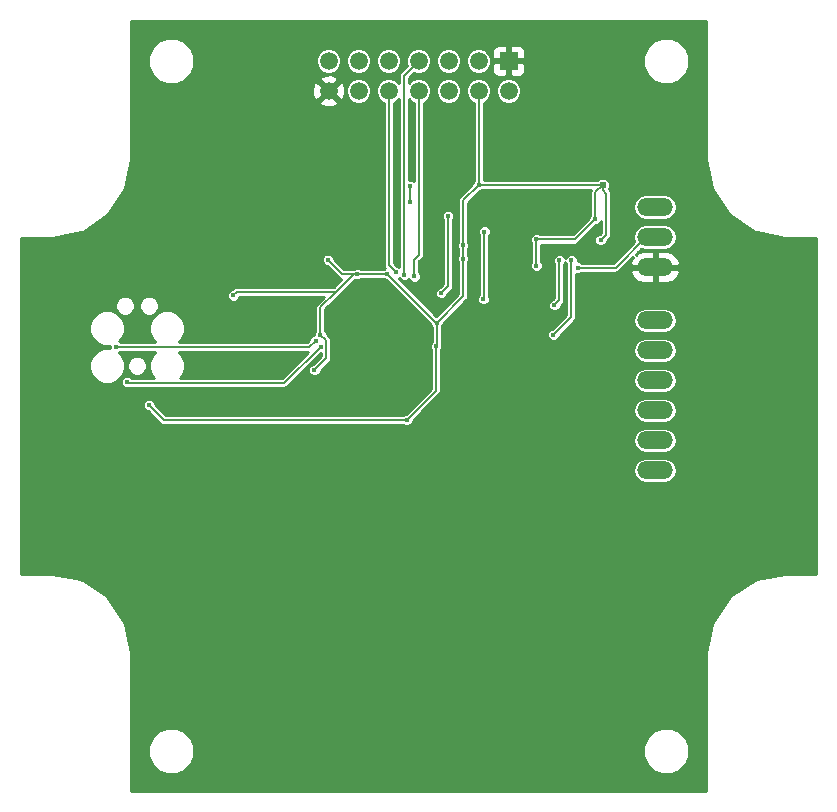
<source format=gbr>
G04 #@! TF.FileFunction,Copper,L2,Bot,Signal*
%FSLAX46Y46*%
G04 Gerber Fmt 4.6, Leading zero omitted, Abs format (unit mm)*
G04 Created by KiCad (PCBNEW 4.0.4-stable) date 10/06/16 01:12:16*
%MOMM*%
%LPD*%
G01*
G04 APERTURE LIST*
%ADD10C,0.100000*%
%ADD11O,3.014980X1.506220*%
%ADD12R,1.498600X1.498600*%
%ADD13C,1.498600*%
%ADD14C,0.406400*%
%ADD15C,0.609600*%
%ADD16C,0.203200*%
%ADD17C,0.254000*%
G04 APERTURE END LIST*
D10*
D11*
X147015200Y-84759800D03*
X147015200Y-87299800D03*
X147015200Y-89839800D03*
X147015200Y-94361000D03*
X147015200Y-96901000D03*
X147015200Y-99441000D03*
X147015200Y-101981000D03*
X147015200Y-104521000D03*
X147015200Y-107061000D03*
D12*
X134620000Y-72390000D03*
D13*
X134620000Y-74930000D03*
X132080000Y-72390000D03*
X132080000Y-74930000D03*
X129540000Y-72390000D03*
X129540000Y-74930000D03*
X127000000Y-72390000D03*
X127000000Y-74930000D03*
X124460000Y-72390000D03*
X124460000Y-74930000D03*
X121920000Y-72390000D03*
X121920000Y-74930000D03*
X119380000Y-72390000D03*
X119380000Y-74930000D03*
D14*
X106248200Y-92456000D03*
X127863600Y-78079600D03*
X126365000Y-79502000D03*
X125145800Y-80721200D03*
X123444000Y-82423000D03*
X122478800Y-80619600D03*
X123494800Y-77495400D03*
X143891000Y-91008200D03*
X137134600Y-90881200D03*
X130479800Y-78587600D03*
X130429000Y-81026000D03*
X142417800Y-86487000D03*
X127076200Y-89433400D03*
X130860800Y-100736400D03*
X128193800Y-102514400D03*
X125882400Y-100634800D03*
X113741200Y-98196400D03*
X109448600Y-98247200D03*
X143459200Y-94056200D03*
X142036800Y-95453200D03*
X140690600Y-96697800D03*
X140919200Y-89281000D03*
X114604800Y-92430600D03*
X114935000Y-101396800D03*
X112522000Y-101396800D03*
X120319800Y-89230200D03*
X136677400Y-95605600D03*
X140131800Y-80162400D03*
X125012850Y-92883350D03*
X123725350Y-92883350D03*
X122437850Y-92883350D03*
X121150350Y-92883350D03*
X121150350Y-94170850D03*
X122437850Y-94170850D03*
X125012850Y-94170850D03*
X123725350Y-94170850D03*
X123725350Y-95458350D03*
X122437850Y-95458350D03*
X121150350Y-95458350D03*
X121150350Y-96745850D03*
X122437850Y-96745850D03*
X123725350Y-96745850D03*
X125012850Y-96745850D03*
X125012850Y-95458350D03*
X136983835Y-86541465D03*
X131802235Y-86846265D03*
X131394200Y-95554800D03*
X127711200Y-95681800D03*
X116763800Y-94945200D03*
X118160800Y-98552000D03*
X119329200Y-89230200D03*
X130760835Y-89128600D03*
X136956800Y-89712800D03*
X126288800Y-82981800D03*
X132080000Y-82905600D03*
X111302800Y-92227400D03*
X104165400Y-101523800D03*
X125984000Y-102793800D03*
X128529200Y-94564600D03*
X128458800Y-96564600D03*
D15*
X142570200Y-82905600D03*
D14*
X141960600Y-85750400D03*
X142417800Y-87553800D03*
X126290435Y-84306265D03*
X136958435Y-87506665D03*
X130760835Y-87989265D03*
X124333000Y-90424000D03*
X121818400Y-90424000D03*
X118668800Y-95554800D03*
X125755400Y-90474800D03*
X101371400Y-96570800D03*
X118287800Y-96088200D03*
X102311200Y-99568000D03*
X118694200Y-96570800D03*
X140462000Y-89890600D03*
X128905000Y-92049600D03*
X129489200Y-85521800D03*
X132486400Y-92557600D03*
X132564235Y-86846265D03*
X138404600Y-95580200D03*
X139928600Y-89255600D03*
X138479800Y-93064600D03*
X138912600Y-89281000D03*
X126644400Y-90627200D03*
X125120400Y-90297000D03*
D16*
X122478800Y-80619600D02*
X122478800Y-81457800D01*
X122478800Y-81457800D02*
X123444000Y-82423000D01*
X119380000Y-74930000D02*
X121945400Y-77495400D01*
X121945400Y-77495400D02*
X123494800Y-77495400D01*
X130429000Y-81026000D02*
X130429000Y-78638400D01*
X130429000Y-78638400D02*
X130479800Y-78587600D01*
X131802235Y-86846265D02*
X132310234Y-86338266D01*
X132310234Y-86338266D02*
X136780636Y-86338266D01*
X136780636Y-86338266D02*
X136983835Y-86541465D01*
X128193800Y-102514400D02*
X129082800Y-102514400D01*
X129082800Y-102514400D02*
X130860800Y-100736400D01*
X109448600Y-98247200D02*
X113690400Y-98247200D01*
X113690400Y-98247200D02*
X113741200Y-98196400D01*
X142036800Y-95453200D02*
X142062200Y-95453200D01*
X142062200Y-95453200D02*
X143459200Y-94056200D01*
X140690600Y-96697800D02*
X140792200Y-96697800D01*
X140792200Y-96697800D02*
X142036800Y-95453200D01*
X136677400Y-95605600D02*
X137769600Y-96697800D01*
X137769600Y-96697800D02*
X140690600Y-96697800D01*
X114604800Y-92607400D02*
X114604800Y-92430600D01*
X116763800Y-94945200D02*
X114604800Y-92786200D01*
X114604800Y-92786200D02*
X114604800Y-92607400D01*
X131394200Y-95554800D02*
X136626600Y-95554800D01*
X136626600Y-95554800D02*
X136677400Y-95605600D01*
X124333000Y-90424000D02*
X128473600Y-94564600D01*
X128473600Y-94564600D02*
X128529200Y-94564600D01*
X118668800Y-95554800D02*
X119151401Y-96037401D01*
X119151401Y-96037401D02*
X119151401Y-97561399D01*
X119151401Y-97561399D02*
X118160800Y-98552000D01*
X121818400Y-90424000D02*
X120523000Y-90424000D01*
X120523000Y-90424000D02*
X119329200Y-89230200D01*
X121818400Y-90424000D02*
X124333000Y-90424000D01*
X130760835Y-89128600D02*
X130760835Y-92332965D01*
X130760835Y-87989265D02*
X130760835Y-89128600D01*
X130760835Y-87989265D02*
X130760835Y-84224765D01*
X130760835Y-84224765D02*
X130793400Y-84192200D01*
X130793400Y-84192200D02*
X132080000Y-82905600D01*
X136958435Y-87506665D02*
X136958435Y-89711165D01*
X136958435Y-89711165D02*
X136956800Y-89712800D01*
X142570200Y-82905600D02*
X142570200Y-83336652D01*
X142875001Y-83641453D02*
X142875001Y-87096599D01*
X142570200Y-83336652D02*
X142875001Y-83641453D01*
X142875001Y-87096599D02*
X142620999Y-87350601D01*
X142620999Y-87350601D02*
X142417800Y-87553800D01*
X126288800Y-82981800D02*
X126288800Y-84304630D01*
X126288800Y-84304630D02*
X126290435Y-84306265D01*
X111607600Y-91922600D02*
X111302800Y-92227400D01*
X125984000Y-102793800D02*
X121564400Y-102793800D01*
X121564400Y-102793800D02*
X105435400Y-102793800D01*
X105435400Y-102793800D02*
X104165400Y-101523800D01*
X128458800Y-96564600D02*
X128458800Y-100319000D01*
X128458800Y-100319000D02*
X125984000Y-102793800D01*
X121488200Y-90424000D02*
X119989600Y-91922600D01*
X119989600Y-91922600D02*
X118668800Y-93243400D01*
X111607600Y-91922600D02*
X119989600Y-91922600D01*
X142570200Y-82905600D02*
X132080000Y-82905600D01*
X132080000Y-74930000D02*
X132080000Y-82905600D01*
X118668800Y-93243400D02*
X118668800Y-95554800D01*
X121818400Y-90424000D02*
X121488200Y-90424000D01*
X128529200Y-94564600D02*
X128529200Y-96494200D01*
X128529200Y-96494200D02*
X128458800Y-96564600D01*
X130760835Y-92332965D02*
X128529200Y-94564600D01*
X141960600Y-85750400D02*
X140204335Y-87506665D01*
X140204335Y-87506665D02*
X136958435Y-87506665D01*
X142570200Y-82905600D02*
X141960600Y-83515200D01*
X141960600Y-83515200D02*
X141960600Y-85750400D01*
X125755400Y-90474800D02*
X125755400Y-73634600D01*
X125755400Y-73634600D02*
X127000000Y-72390000D01*
X118287800Y-96088200D02*
X117754400Y-96621600D01*
X117754400Y-96621600D02*
X101422200Y-96621600D01*
X101422200Y-96621600D02*
X101371400Y-96570800D01*
X118694200Y-96570800D02*
X115627149Y-99637851D01*
X115627149Y-99637851D02*
X102381051Y-99637851D01*
X102381051Y-99637851D02*
X102311200Y-99568000D01*
X140462000Y-89890600D02*
X143670020Y-89890600D01*
X143670020Y-89890600D02*
X146260820Y-87299800D01*
X146260820Y-87299800D02*
X147015200Y-87299800D01*
X129489200Y-91160600D02*
X129489200Y-91465400D01*
X129489200Y-91465400D02*
X128905000Y-92049600D01*
X129489200Y-85521800D02*
X129489200Y-91160600D01*
X132564235Y-86846265D02*
X132564235Y-92479765D01*
X132564235Y-92479765D02*
X132486400Y-92557600D01*
X139928600Y-89255600D02*
X139928600Y-94056200D01*
X139928600Y-94056200D02*
X138404600Y-95580200D01*
X138912600Y-89281000D02*
X138912600Y-92631800D01*
X138912600Y-92631800D02*
X138479800Y-93064600D01*
X127000000Y-74930000D02*
X127000000Y-88832942D01*
X127000000Y-88832942D02*
X126618999Y-89213943D01*
X126618999Y-89213943D02*
X126618999Y-90601799D01*
X126618999Y-90601799D02*
X126644400Y-90627200D01*
X124460000Y-74930000D02*
X124460000Y-89636600D01*
X124460000Y-89636600D02*
X125120400Y-90297000D01*
D17*
G36*
X151359800Y-80645000D02*
X151367586Y-80684143D01*
X151367586Y-80724051D01*
X151850951Y-83154090D01*
X151911453Y-83300156D01*
X151911454Y-83300157D01*
X153287961Y-85360245D01*
X153399755Y-85472039D01*
X155459842Y-86848546D01*
X155459843Y-86848547D01*
X155605909Y-86909049D01*
X158035949Y-87392414D01*
X158075857Y-87392414D01*
X158115000Y-87400200D01*
X160630800Y-87400200D01*
X160630800Y-115799800D01*
X158115000Y-115799800D01*
X158075857Y-115807586D01*
X158035949Y-115807586D01*
X155605909Y-116290951D01*
X155459843Y-116351453D01*
X153399755Y-117727961D01*
X153287961Y-117839755D01*
X151911454Y-119899843D01*
X151911453Y-119899844D01*
X151850951Y-120045910D01*
X151367586Y-122475949D01*
X151367586Y-122515857D01*
X151359800Y-122555000D01*
X151359800Y-134214800D01*
X102640200Y-134214800D01*
X102640200Y-131197326D01*
X104088862Y-131197326D01*
X104385987Y-131916424D01*
X104935682Y-132467079D01*
X105654261Y-132765459D01*
X106432326Y-132766138D01*
X107151424Y-132469013D01*
X107702079Y-131919318D01*
X108000459Y-131200739D01*
X108000461Y-131197326D01*
X145998862Y-131197326D01*
X146295987Y-131916424D01*
X146845682Y-132467079D01*
X147564261Y-132765459D01*
X148342326Y-132766138D01*
X149061424Y-132469013D01*
X149612079Y-131919318D01*
X149910459Y-131200739D01*
X149911138Y-130422674D01*
X149614013Y-129703576D01*
X149064318Y-129152921D01*
X148345739Y-128854541D01*
X147567674Y-128853862D01*
X146848576Y-129150987D01*
X146297921Y-129700682D01*
X145999541Y-130419261D01*
X145998862Y-131197326D01*
X108000461Y-131197326D01*
X108001138Y-130422674D01*
X107704013Y-129703576D01*
X107154318Y-129152921D01*
X106435739Y-128854541D01*
X105657674Y-128853862D01*
X104938576Y-129150987D01*
X104387921Y-129700682D01*
X104089541Y-130419261D01*
X104088862Y-131197326D01*
X102640200Y-131197326D01*
X102640200Y-122555000D01*
X102632414Y-122515857D01*
X102632414Y-122475949D01*
X102149049Y-120045909D01*
X102088547Y-119899843D01*
X100712039Y-117839755D01*
X100600245Y-117727961D01*
X98540157Y-116351454D01*
X98540156Y-116351453D01*
X98454593Y-116316012D01*
X98394091Y-116290951D01*
X98394090Y-116290951D01*
X95964051Y-115807586D01*
X95924143Y-115807586D01*
X95885000Y-115799800D01*
X93369200Y-115799800D01*
X93369200Y-107061000D01*
X145141508Y-107061000D01*
X145223970Y-107475565D01*
X145458802Y-107827016D01*
X145810253Y-108061848D01*
X146224818Y-108144310D01*
X147805582Y-108144310D01*
X148220147Y-108061848D01*
X148571598Y-107827016D01*
X148806430Y-107475565D01*
X148888892Y-107061000D01*
X148806430Y-106646435D01*
X148571598Y-106294984D01*
X148220147Y-106060152D01*
X147805582Y-105977690D01*
X146224818Y-105977690D01*
X145810253Y-106060152D01*
X145458802Y-106294984D01*
X145223970Y-106646435D01*
X145141508Y-107061000D01*
X93369200Y-107061000D01*
X93369200Y-104521000D01*
X145141508Y-104521000D01*
X145223970Y-104935565D01*
X145458802Y-105287016D01*
X145810253Y-105521848D01*
X146224818Y-105604310D01*
X147805582Y-105604310D01*
X148220147Y-105521848D01*
X148571598Y-105287016D01*
X148806430Y-104935565D01*
X148888892Y-104521000D01*
X148806430Y-104106435D01*
X148571598Y-103754984D01*
X148220147Y-103520152D01*
X147805582Y-103437690D01*
X146224818Y-103437690D01*
X145810253Y-103520152D01*
X145458802Y-103754984D01*
X145223970Y-104106435D01*
X145141508Y-104521000D01*
X93369200Y-104521000D01*
X93369200Y-95321955D01*
X99091487Y-95321955D01*
X99322048Y-95879957D01*
X99748598Y-96307251D01*
X100306196Y-96538786D01*
X100838028Y-96539250D01*
X100837908Y-96676434D01*
X100838947Y-96678950D01*
X100308845Y-96678487D01*
X99750843Y-96909048D01*
X99323549Y-97335598D01*
X99092014Y-97893196D01*
X99091487Y-98496955D01*
X99322048Y-99054957D01*
X99748598Y-99482251D01*
X100306196Y-99713786D01*
X100909955Y-99714313D01*
X101467957Y-99483752D01*
X101895251Y-99057202D01*
X102126786Y-98499604D01*
X102126905Y-98362397D01*
X102311055Y-98362397D01*
X102438395Y-98670582D01*
X102673978Y-98906577D01*
X102981940Y-99034454D01*
X103315397Y-99034745D01*
X103623582Y-98907405D01*
X103859577Y-98671822D01*
X103987454Y-98363860D01*
X103987745Y-98030403D01*
X103860405Y-97722218D01*
X103624822Y-97486223D01*
X103316860Y-97358346D01*
X102983403Y-97358055D01*
X102675218Y-97485395D01*
X102439223Y-97720978D01*
X102311346Y-98028940D01*
X102311055Y-98362397D01*
X102126905Y-98362397D01*
X102127313Y-97895845D01*
X101896752Y-97337843D01*
X101612804Y-97053400D01*
X104686239Y-97053400D01*
X104403549Y-97335598D01*
X104172014Y-97893196D01*
X104171487Y-98496955D01*
X104402048Y-99054957D01*
X104552879Y-99206051D01*
X102703566Y-99206051D01*
X102613741Y-99116069D01*
X102417765Y-99034693D01*
X102205566Y-99034508D01*
X102009448Y-99115542D01*
X101859269Y-99265459D01*
X101777893Y-99461435D01*
X101777708Y-99673634D01*
X101858742Y-99869752D01*
X102008659Y-100019931D01*
X102204635Y-100101307D01*
X102416834Y-100101492D01*
X102493895Y-100069651D01*
X115627149Y-100069651D01*
X115792392Y-100036782D01*
X115932478Y-99943180D01*
X118719601Y-97156057D01*
X118719601Y-97382542D01*
X118083609Y-98018533D01*
X118055166Y-98018508D01*
X117859048Y-98099542D01*
X117708869Y-98249459D01*
X117627493Y-98445435D01*
X117627308Y-98657634D01*
X117708342Y-98853752D01*
X117858259Y-99003931D01*
X118054235Y-99085307D01*
X118266434Y-99085492D01*
X118462552Y-99004458D01*
X118612731Y-98854541D01*
X118694107Y-98658565D01*
X118694132Y-98629325D01*
X119456727Y-97866730D01*
X119456730Y-97866728D01*
X119550332Y-97726642D01*
X119583201Y-97561399D01*
X119583201Y-96037401D01*
X119550332Y-95872158D01*
X119456730Y-95732072D01*
X119202267Y-95477609D01*
X119202292Y-95449166D01*
X119121258Y-95253048D01*
X119100600Y-95232354D01*
X119100600Y-93422258D01*
X121608471Y-90914387D01*
X121711835Y-90957307D01*
X121924034Y-90957492D01*
X122120152Y-90876458D01*
X122140846Y-90855800D01*
X124010363Y-90855800D01*
X124030459Y-90875931D01*
X124226435Y-90957307D01*
X124255675Y-90957332D01*
X128014812Y-94716469D01*
X128076742Y-94866352D01*
X128097400Y-94887046D01*
X128097400Y-96171686D01*
X128006869Y-96262059D01*
X127925493Y-96458035D01*
X127925308Y-96670234D01*
X128006342Y-96866352D01*
X128027000Y-96887046D01*
X128027000Y-100140142D01*
X125906809Y-102260333D01*
X125878366Y-102260308D01*
X125682248Y-102341342D01*
X125661554Y-102362000D01*
X105614258Y-102362000D01*
X104698867Y-101446609D01*
X104698892Y-101418166D01*
X104617858Y-101222048D01*
X104467941Y-101071869D01*
X104271965Y-100990493D01*
X104059766Y-100990308D01*
X103863648Y-101071342D01*
X103713469Y-101221259D01*
X103632093Y-101417235D01*
X103631908Y-101629434D01*
X103712942Y-101825552D01*
X103862859Y-101975731D01*
X104058835Y-102057107D01*
X104088074Y-102057132D01*
X105130071Y-103099129D01*
X105270157Y-103192731D01*
X105435400Y-103225600D01*
X125661363Y-103225600D01*
X125681459Y-103245731D01*
X125877435Y-103327107D01*
X126089634Y-103327292D01*
X126285752Y-103246258D01*
X126435931Y-103096341D01*
X126517307Y-102900365D01*
X126517332Y-102871126D01*
X127407458Y-101981000D01*
X145141508Y-101981000D01*
X145223970Y-102395565D01*
X145458802Y-102747016D01*
X145810253Y-102981848D01*
X146224818Y-103064310D01*
X147805582Y-103064310D01*
X148220147Y-102981848D01*
X148571598Y-102747016D01*
X148806430Y-102395565D01*
X148888892Y-101981000D01*
X148806430Y-101566435D01*
X148571598Y-101214984D01*
X148220147Y-100980152D01*
X147805582Y-100897690D01*
X146224818Y-100897690D01*
X145810253Y-100980152D01*
X145458802Y-101214984D01*
X145223970Y-101566435D01*
X145141508Y-101981000D01*
X127407458Y-101981000D01*
X128764129Y-100624329D01*
X128830959Y-100524310D01*
X128857731Y-100484243D01*
X128866164Y-100441848D01*
X128890601Y-100319000D01*
X128890600Y-100318995D01*
X128890600Y-99441000D01*
X145141508Y-99441000D01*
X145223970Y-99855565D01*
X145458802Y-100207016D01*
X145810253Y-100441848D01*
X146224818Y-100524310D01*
X147805582Y-100524310D01*
X148220147Y-100441848D01*
X148571598Y-100207016D01*
X148806430Y-99855565D01*
X148888892Y-99441000D01*
X148806430Y-99026435D01*
X148571598Y-98674984D01*
X148220147Y-98440152D01*
X147805582Y-98357690D01*
X146224818Y-98357690D01*
X145810253Y-98440152D01*
X145458802Y-98674984D01*
X145223970Y-99026435D01*
X145141508Y-99441000D01*
X128890600Y-99441000D01*
X128890600Y-96901000D01*
X145141508Y-96901000D01*
X145223970Y-97315565D01*
X145458802Y-97667016D01*
X145810253Y-97901848D01*
X146224818Y-97984310D01*
X147805582Y-97984310D01*
X148220147Y-97901848D01*
X148571598Y-97667016D01*
X148806430Y-97315565D01*
X148888892Y-96901000D01*
X148806430Y-96486435D01*
X148571598Y-96134984D01*
X148220147Y-95900152D01*
X147805582Y-95817690D01*
X146224818Y-95817690D01*
X145810253Y-95900152D01*
X145458802Y-96134984D01*
X145223970Y-96486435D01*
X145141508Y-96901000D01*
X128890600Y-96901000D01*
X128890600Y-96887237D01*
X128910731Y-96867141D01*
X128992107Y-96671165D01*
X128992292Y-96458966D01*
X128961000Y-96383233D01*
X128961000Y-95685834D01*
X137871108Y-95685834D01*
X137952142Y-95881952D01*
X138102059Y-96032131D01*
X138298035Y-96113507D01*
X138510234Y-96113692D01*
X138706352Y-96032658D01*
X138856531Y-95882741D01*
X138937907Y-95686765D01*
X138937932Y-95657525D01*
X140233926Y-94361531D01*
X140233929Y-94361529D01*
X140234282Y-94361000D01*
X145141508Y-94361000D01*
X145223970Y-94775565D01*
X145458802Y-95127016D01*
X145810253Y-95361848D01*
X146224818Y-95444310D01*
X147805582Y-95444310D01*
X148220147Y-95361848D01*
X148571598Y-95127016D01*
X148806430Y-94775565D01*
X148888892Y-94361000D01*
X148806430Y-93946435D01*
X148571598Y-93594984D01*
X148220147Y-93360152D01*
X147805582Y-93277690D01*
X146224818Y-93277690D01*
X145810253Y-93360152D01*
X145458802Y-93594984D01*
X145223970Y-93946435D01*
X145141508Y-94361000D01*
X140234282Y-94361000D01*
X140327531Y-94221443D01*
X140360400Y-94056200D01*
X140360400Y-90423911D01*
X140567634Y-90424092D01*
X140763752Y-90343058D01*
X140784446Y-90322400D01*
X143670020Y-90322400D01*
X143835263Y-90289531D01*
X143975349Y-90195929D01*
X143989804Y-90181474D01*
X144915417Y-90181474D01*
X144929773Y-90253675D01*
X145189476Y-90731540D01*
X145612281Y-91073646D01*
X146133820Y-91227910D01*
X146888200Y-91227910D01*
X146888200Y-89966800D01*
X147142200Y-89966800D01*
X147142200Y-91227910D01*
X147896580Y-91227910D01*
X148418119Y-91073646D01*
X148840924Y-90731540D01*
X149100627Y-90253675D01*
X149114983Y-90181474D01*
X148992362Y-89966800D01*
X147142200Y-89966800D01*
X146888200Y-89966800D01*
X145038038Y-89966800D01*
X144915417Y-90181474D01*
X143989804Y-90181474D01*
X145149310Y-89021968D01*
X144929773Y-89425925D01*
X144915417Y-89498126D01*
X145038038Y-89712800D01*
X146888200Y-89712800D01*
X146888200Y-88451690D01*
X147142200Y-88451690D01*
X147142200Y-89712800D01*
X148992362Y-89712800D01*
X149114983Y-89498126D01*
X149100627Y-89425925D01*
X148840924Y-88948060D01*
X148418119Y-88605954D01*
X147896580Y-88451690D01*
X147142200Y-88451690D01*
X146888200Y-88451690D01*
X146133820Y-88451690D01*
X145612281Y-88605954D01*
X145366257Y-88805020D01*
X145860612Y-88310665D01*
X146224818Y-88383110D01*
X147805582Y-88383110D01*
X148220147Y-88300648D01*
X148571598Y-88065816D01*
X148806430Y-87714365D01*
X148888892Y-87299800D01*
X148806430Y-86885235D01*
X148571598Y-86533784D01*
X148220147Y-86298952D01*
X147805582Y-86216490D01*
X146224818Y-86216490D01*
X145810253Y-86298952D01*
X145458802Y-86533784D01*
X145223970Y-86885235D01*
X145141508Y-87299800D01*
X145223970Y-87714365D01*
X145228627Y-87721335D01*
X143491162Y-89458800D01*
X140784637Y-89458800D01*
X140764541Y-89438669D01*
X140568565Y-89357293D01*
X140461911Y-89357200D01*
X140462092Y-89149966D01*
X140381058Y-88953848D01*
X140231141Y-88803669D01*
X140035165Y-88722293D01*
X139822966Y-88722108D01*
X139626848Y-88803142D01*
X139476669Y-88953059D01*
X139415302Y-89100848D01*
X139365058Y-88979248D01*
X139215141Y-88829069D01*
X139019165Y-88747693D01*
X138806966Y-88747508D01*
X138610848Y-88828542D01*
X138460669Y-88978459D01*
X138379293Y-89174435D01*
X138379108Y-89386634D01*
X138460142Y-89582752D01*
X138480800Y-89603446D01*
X138480800Y-92452943D01*
X138402610Y-92531133D01*
X138374166Y-92531108D01*
X138178048Y-92612142D01*
X138027869Y-92762059D01*
X137946493Y-92958035D01*
X137946308Y-93170234D01*
X138027342Y-93366352D01*
X138177259Y-93516531D01*
X138373235Y-93597907D01*
X138585434Y-93598092D01*
X138781552Y-93517058D01*
X138931731Y-93367141D01*
X139013107Y-93171165D01*
X139013132Y-93141925D01*
X139217926Y-92937131D01*
X139217929Y-92937129D01*
X139280472Y-92843526D01*
X139311532Y-92797042D01*
X139344401Y-92631800D01*
X139344400Y-92631795D01*
X139344400Y-89603637D01*
X139364531Y-89583541D01*
X139425898Y-89435752D01*
X139476142Y-89557352D01*
X139496800Y-89578046D01*
X139496800Y-93877343D01*
X138327409Y-95046733D01*
X138298966Y-95046708D01*
X138102848Y-95127742D01*
X137952669Y-95277659D01*
X137871293Y-95473635D01*
X137871108Y-95685834D01*
X128961000Y-95685834D01*
X128961000Y-94887237D01*
X128981131Y-94867141D01*
X129062507Y-94671165D01*
X129062532Y-94641925D01*
X131041223Y-92663234D01*
X131952908Y-92663234D01*
X132033942Y-92859352D01*
X132183859Y-93009531D01*
X132379835Y-93090907D01*
X132592034Y-93091092D01*
X132788152Y-93010058D01*
X132938331Y-92860141D01*
X133019707Y-92664165D01*
X133019892Y-92451966D01*
X132996035Y-92394227D01*
X132996035Y-87168902D01*
X133016166Y-87148806D01*
X133097542Y-86952830D01*
X133097727Y-86740631D01*
X133016693Y-86544513D01*
X132866776Y-86394334D01*
X132670800Y-86312958D01*
X132458601Y-86312773D01*
X132262483Y-86393807D01*
X132112304Y-86543724D01*
X132030928Y-86739700D01*
X132030743Y-86951899D01*
X132111777Y-87148017D01*
X132132435Y-87168711D01*
X132132435Y-92157264D01*
X132034469Y-92255059D01*
X131953093Y-92451035D01*
X131952908Y-92663234D01*
X131041223Y-92663234D01*
X131066161Y-92638296D01*
X131066164Y-92638294D01*
X131159766Y-92498208D01*
X131192635Y-92332965D01*
X131192635Y-89451237D01*
X131212766Y-89431141D01*
X131294142Y-89235165D01*
X131294327Y-89022966D01*
X131213293Y-88826848D01*
X131192635Y-88806154D01*
X131192635Y-88311902D01*
X131212766Y-88291806D01*
X131294142Y-88095830D01*
X131294327Y-87883631D01*
X131213293Y-87687513D01*
X131192635Y-87666819D01*
X131192635Y-84403623D01*
X132157191Y-83439067D01*
X132185634Y-83439092D01*
X132381752Y-83358058D01*
X132402446Y-83337400D01*
X141570059Y-83337400D01*
X141561669Y-83349957D01*
X141528800Y-83515200D01*
X141528800Y-85427763D01*
X141508669Y-85447859D01*
X141427293Y-85643835D01*
X141427268Y-85673074D01*
X140025477Y-87074865D01*
X137281072Y-87074865D01*
X137260976Y-87054734D01*
X137065000Y-86973358D01*
X136852801Y-86973173D01*
X136656683Y-87054207D01*
X136506504Y-87204124D01*
X136425128Y-87400100D01*
X136424943Y-87612299D01*
X136505977Y-87808417D01*
X136526635Y-87829111D01*
X136526635Y-89388531D01*
X136504869Y-89410259D01*
X136423493Y-89606235D01*
X136423308Y-89818434D01*
X136504342Y-90014552D01*
X136654259Y-90164731D01*
X136850235Y-90246107D01*
X137062434Y-90246292D01*
X137258552Y-90165258D01*
X137408731Y-90015341D01*
X137490107Y-89819365D01*
X137490292Y-89607166D01*
X137409258Y-89411048D01*
X137390235Y-89391992D01*
X137390235Y-87938465D01*
X140204335Y-87938465D01*
X140369578Y-87905596D01*
X140509664Y-87811994D01*
X142037791Y-86283867D01*
X142066234Y-86283892D01*
X142262352Y-86202858D01*
X142412531Y-86052941D01*
X142443201Y-85979079D01*
X142443201Y-86917741D01*
X142340609Y-87020333D01*
X142312166Y-87020308D01*
X142116048Y-87101342D01*
X141965869Y-87251259D01*
X141884493Y-87447235D01*
X141884308Y-87659434D01*
X141965342Y-87855552D01*
X142115259Y-88005731D01*
X142311235Y-88087107D01*
X142523434Y-88087292D01*
X142719552Y-88006258D01*
X142869731Y-87856341D01*
X142951107Y-87660365D01*
X142951132Y-87631126D01*
X143180330Y-87401928D01*
X143186687Y-87392414D01*
X143273932Y-87261842D01*
X143306801Y-87096599D01*
X143306801Y-84759800D01*
X145141508Y-84759800D01*
X145223970Y-85174365D01*
X145458802Y-85525816D01*
X145810253Y-85760648D01*
X146224818Y-85843110D01*
X147805582Y-85843110D01*
X148220147Y-85760648D01*
X148571598Y-85525816D01*
X148806430Y-85174365D01*
X148888892Y-84759800D01*
X148806430Y-84345235D01*
X148571598Y-83993784D01*
X148220147Y-83758952D01*
X147805582Y-83676490D01*
X146224818Y-83676490D01*
X145810253Y-83758952D01*
X145458802Y-83993784D01*
X145223970Y-84345235D01*
X145141508Y-84759800D01*
X143306801Y-84759800D01*
X143306801Y-83641458D01*
X143306802Y-83641453D01*
X143273932Y-83476211D01*
X143273932Y-83476210D01*
X143180330Y-83336124D01*
X143108730Y-83264524D01*
X143205089Y-83032463D01*
X143205310Y-82779845D01*
X143108840Y-82546372D01*
X142930368Y-82367587D01*
X142697063Y-82270711D01*
X142444445Y-82270490D01*
X142210972Y-82366960D01*
X142103945Y-82473800D01*
X132511800Y-82473800D01*
X132511800Y-75919605D01*
X132690689Y-75845689D01*
X132994622Y-75542286D01*
X133159313Y-75145668D01*
X133159314Y-75143784D01*
X133540313Y-75143784D01*
X133704311Y-75540689D01*
X134007714Y-75844622D01*
X134404332Y-76009313D01*
X134833784Y-76009687D01*
X135230689Y-75845689D01*
X135534622Y-75542286D01*
X135699313Y-75145668D01*
X135699687Y-74716216D01*
X135535689Y-74319311D01*
X135232286Y-74015378D01*
X134835668Y-73850687D01*
X134406216Y-73850313D01*
X134009311Y-74014311D01*
X133705378Y-74317714D01*
X133540687Y-74714332D01*
X133540313Y-75143784D01*
X133159314Y-75143784D01*
X133159687Y-74716216D01*
X132995689Y-74319311D01*
X132692286Y-74015378D01*
X132295668Y-73850687D01*
X131866216Y-73850313D01*
X131469311Y-74014311D01*
X131165378Y-74317714D01*
X131000687Y-74714332D01*
X131000313Y-75143784D01*
X131164311Y-75540689D01*
X131467714Y-75844622D01*
X131648200Y-75919567D01*
X131648200Y-82582963D01*
X131628069Y-82603059D01*
X131546693Y-82799035D01*
X131546668Y-82828274D01*
X130455506Y-83919436D01*
X130361904Y-84059522D01*
X130329035Y-84224765D01*
X130329035Y-87666628D01*
X130308904Y-87686724D01*
X130227528Y-87882700D01*
X130227343Y-88094899D01*
X130308377Y-88291017D01*
X130329035Y-88311711D01*
X130329035Y-88805963D01*
X130308904Y-88826059D01*
X130227528Y-89022035D01*
X130227343Y-89234234D01*
X130308377Y-89430352D01*
X130329035Y-89451046D01*
X130329035Y-92154108D01*
X128501400Y-93981743D01*
X126674892Y-92155234D01*
X128371508Y-92155234D01*
X128452542Y-92351352D01*
X128602459Y-92501531D01*
X128798435Y-92582907D01*
X129010634Y-92583092D01*
X129206752Y-92502058D01*
X129356931Y-92352141D01*
X129438307Y-92156165D01*
X129438332Y-92126925D01*
X129794526Y-91770731D01*
X129794529Y-91770729D01*
X129888131Y-91630643D01*
X129888132Y-91630642D01*
X129921001Y-91465400D01*
X129921000Y-91465395D01*
X129921000Y-85844437D01*
X129941131Y-85824341D01*
X130022507Y-85628365D01*
X130022692Y-85416166D01*
X129941658Y-85220048D01*
X129791741Y-85069869D01*
X129595765Y-84988493D01*
X129383566Y-84988308D01*
X129187448Y-85069342D01*
X129037269Y-85219259D01*
X128955893Y-85415235D01*
X128955708Y-85627434D01*
X129036742Y-85823552D01*
X129057400Y-85844246D01*
X129057400Y-91286543D01*
X128827810Y-91516133D01*
X128799366Y-91516108D01*
X128603248Y-91597142D01*
X128453069Y-91747059D01*
X128371693Y-91943035D01*
X128371508Y-92155234D01*
X126674892Y-92155234D01*
X125313861Y-90794203D01*
X125318605Y-90792243D01*
X125452859Y-90926731D01*
X125648835Y-91008107D01*
X125861034Y-91008292D01*
X126057152Y-90927258D01*
X126152085Y-90832491D01*
X126191942Y-90928952D01*
X126341859Y-91079131D01*
X126537835Y-91160507D01*
X126750034Y-91160692D01*
X126946152Y-91079658D01*
X127096331Y-90929741D01*
X127177707Y-90733765D01*
X127177892Y-90521566D01*
X127096858Y-90325448D01*
X127050799Y-90279309D01*
X127050799Y-89392801D01*
X127305329Y-89138271D01*
X127365178Y-89048700D01*
X127398931Y-88998185D01*
X127416748Y-88908614D01*
X127431801Y-88832942D01*
X127431800Y-88832937D01*
X127431800Y-75919605D01*
X127610689Y-75845689D01*
X127914622Y-75542286D01*
X128079313Y-75145668D01*
X128079314Y-75143784D01*
X128460313Y-75143784D01*
X128624311Y-75540689D01*
X128927714Y-75844622D01*
X129324332Y-76009313D01*
X129753784Y-76009687D01*
X130150689Y-75845689D01*
X130454622Y-75542286D01*
X130619313Y-75145668D01*
X130619687Y-74716216D01*
X130455689Y-74319311D01*
X130152286Y-74015378D01*
X129755668Y-73850687D01*
X129326216Y-73850313D01*
X128929311Y-74014311D01*
X128625378Y-74317714D01*
X128460687Y-74714332D01*
X128460313Y-75143784D01*
X128079314Y-75143784D01*
X128079687Y-74716216D01*
X127915689Y-74319311D01*
X127612286Y-74015378D01*
X127215668Y-73850687D01*
X126786216Y-73850313D01*
X126389311Y-74014311D01*
X126187200Y-74216070D01*
X126187200Y-73813458D01*
X126605573Y-73395085D01*
X126784332Y-73469313D01*
X127213784Y-73469687D01*
X127610689Y-73305689D01*
X127914622Y-73002286D01*
X128079313Y-72605668D01*
X128079314Y-72603784D01*
X128460313Y-72603784D01*
X128624311Y-73000689D01*
X128927714Y-73304622D01*
X129324332Y-73469313D01*
X129753784Y-73469687D01*
X130150689Y-73305689D01*
X130454622Y-73002286D01*
X130619313Y-72605668D01*
X130619314Y-72603784D01*
X131000313Y-72603784D01*
X131164311Y-73000689D01*
X131467714Y-73304622D01*
X131864332Y-73469313D01*
X132293784Y-73469687D01*
X132690689Y-73305689D01*
X132994622Y-73002286D01*
X133130212Y-72675750D01*
X133235700Y-72675750D01*
X133235700Y-73265610D01*
X133332373Y-73498999D01*
X133511002Y-73677627D01*
X133744391Y-73774300D01*
X134334250Y-73774300D01*
X134493000Y-73615550D01*
X134493000Y-72517000D01*
X134747000Y-72517000D01*
X134747000Y-73615550D01*
X134905750Y-73774300D01*
X135495609Y-73774300D01*
X135728998Y-73677627D01*
X135907627Y-73498999D01*
X136004300Y-73265610D01*
X136004300Y-72777326D01*
X145998862Y-72777326D01*
X146295987Y-73496424D01*
X146845682Y-74047079D01*
X147564261Y-74345459D01*
X148342326Y-74346138D01*
X149061424Y-74049013D01*
X149612079Y-73499318D01*
X149910459Y-72780739D01*
X149911138Y-72002674D01*
X149614013Y-71283576D01*
X149064318Y-70732921D01*
X148345739Y-70434541D01*
X147567674Y-70433862D01*
X146848576Y-70730987D01*
X146297921Y-71280682D01*
X145999541Y-71999261D01*
X145998862Y-72777326D01*
X136004300Y-72777326D01*
X136004300Y-72675750D01*
X135845550Y-72517000D01*
X134747000Y-72517000D01*
X134493000Y-72517000D01*
X133394450Y-72517000D01*
X133235700Y-72675750D01*
X133130212Y-72675750D01*
X133159313Y-72605668D01*
X133159687Y-72176216D01*
X132995689Y-71779311D01*
X132731230Y-71514390D01*
X133235700Y-71514390D01*
X133235700Y-72104250D01*
X133394450Y-72263000D01*
X134493000Y-72263000D01*
X134493000Y-71164450D01*
X134747000Y-71164450D01*
X134747000Y-72263000D01*
X135845550Y-72263000D01*
X136004300Y-72104250D01*
X136004300Y-71514390D01*
X135907627Y-71281001D01*
X135728998Y-71102373D01*
X135495609Y-71005700D01*
X134905750Y-71005700D01*
X134747000Y-71164450D01*
X134493000Y-71164450D01*
X134334250Y-71005700D01*
X133744391Y-71005700D01*
X133511002Y-71102373D01*
X133332373Y-71281001D01*
X133235700Y-71514390D01*
X132731230Y-71514390D01*
X132692286Y-71475378D01*
X132295668Y-71310687D01*
X131866216Y-71310313D01*
X131469311Y-71474311D01*
X131165378Y-71777714D01*
X131000687Y-72174332D01*
X131000313Y-72603784D01*
X130619314Y-72603784D01*
X130619687Y-72176216D01*
X130455689Y-71779311D01*
X130152286Y-71475378D01*
X129755668Y-71310687D01*
X129326216Y-71310313D01*
X128929311Y-71474311D01*
X128625378Y-71777714D01*
X128460687Y-72174332D01*
X128460313Y-72603784D01*
X128079314Y-72603784D01*
X128079687Y-72176216D01*
X127915689Y-71779311D01*
X127612286Y-71475378D01*
X127215668Y-71310687D01*
X126786216Y-71310313D01*
X126389311Y-71474311D01*
X126085378Y-71777714D01*
X125920687Y-72174332D01*
X125920313Y-72603784D01*
X125994942Y-72784400D01*
X125450071Y-73329271D01*
X125356469Y-73469357D01*
X125323600Y-73634600D01*
X125323600Y-74267131D01*
X125072286Y-74015378D01*
X124675668Y-73850687D01*
X124246216Y-73850313D01*
X123849311Y-74014311D01*
X123545378Y-74317714D01*
X123380687Y-74714332D01*
X123380313Y-75143784D01*
X123544311Y-75540689D01*
X123847714Y-75844622D01*
X124028200Y-75919567D01*
X124028200Y-89636600D01*
X124061069Y-89801843D01*
X124143474Y-89925171D01*
X124031248Y-89971542D01*
X124010554Y-89992200D01*
X122141037Y-89992200D01*
X122120941Y-89972069D01*
X121924965Y-89890693D01*
X121712766Y-89890508D01*
X121516648Y-89971542D01*
X121495954Y-89992200D01*
X120701858Y-89992200D01*
X119862667Y-89153009D01*
X119862692Y-89124566D01*
X119781658Y-88928448D01*
X119631741Y-88778269D01*
X119435765Y-88696893D01*
X119223566Y-88696708D01*
X119027448Y-88777742D01*
X118877269Y-88927659D01*
X118795893Y-89123635D01*
X118795708Y-89335834D01*
X118876742Y-89531952D01*
X119026659Y-89682131D01*
X119222635Y-89763507D01*
X119251874Y-89763532D01*
X120217671Y-90729329D01*
X120357757Y-90822931D01*
X120458560Y-90842982D01*
X119810742Y-91490800D01*
X111607600Y-91490800D01*
X111442357Y-91523669D01*
X111302271Y-91617271D01*
X111225609Y-91693933D01*
X111197166Y-91693908D01*
X111001048Y-91774942D01*
X110850869Y-91924859D01*
X110769493Y-92120835D01*
X110769308Y-92333034D01*
X110850342Y-92529152D01*
X111000259Y-92679331D01*
X111196235Y-92760707D01*
X111408434Y-92760892D01*
X111604552Y-92679858D01*
X111754731Y-92529941D01*
X111827622Y-92354400D01*
X118947142Y-92354400D01*
X118363471Y-92938071D01*
X118269869Y-93078157D01*
X118237000Y-93243400D01*
X118237000Y-95232163D01*
X118216869Y-95252259D01*
X118135493Y-95448235D01*
X118135383Y-95574038D01*
X117986048Y-95635742D01*
X117835869Y-95785659D01*
X117754493Y-95981635D01*
X117754468Y-96010875D01*
X117575542Y-96189800D01*
X106667116Y-96189800D01*
X106975251Y-95882202D01*
X107206786Y-95324604D01*
X107207313Y-94720845D01*
X106976752Y-94162843D01*
X106550202Y-93735549D01*
X105992604Y-93504014D01*
X105388845Y-93503487D01*
X104830843Y-93734048D01*
X104403549Y-94160598D01*
X104172014Y-94718196D01*
X104171487Y-95321955D01*
X104402048Y-95879957D01*
X104711352Y-96189800D01*
X101744748Y-96189800D01*
X101673941Y-96118869D01*
X101662804Y-96114244D01*
X101895251Y-95882202D01*
X102126786Y-95324604D01*
X102127313Y-94720845D01*
X101896752Y-94162843D01*
X101470202Y-93735549D01*
X100912604Y-93504014D01*
X100308845Y-93503487D01*
X99750843Y-93734048D01*
X99323549Y-94160598D01*
X99092014Y-94718196D01*
X99091487Y-95321955D01*
X93369200Y-95321955D01*
X93369200Y-93282397D01*
X101295055Y-93282397D01*
X101422395Y-93590582D01*
X101657978Y-93826577D01*
X101965940Y-93954454D01*
X102299397Y-93954745D01*
X102607582Y-93827405D01*
X102843577Y-93591822D01*
X102971454Y-93283860D01*
X102971455Y-93282397D01*
X103327055Y-93282397D01*
X103454395Y-93590582D01*
X103689978Y-93826577D01*
X103997940Y-93954454D01*
X104331397Y-93954745D01*
X104639582Y-93827405D01*
X104875577Y-93591822D01*
X105003454Y-93283860D01*
X105003745Y-92950403D01*
X104876405Y-92642218D01*
X104640822Y-92406223D01*
X104332860Y-92278346D01*
X103999403Y-92278055D01*
X103691218Y-92405395D01*
X103455223Y-92640978D01*
X103327346Y-92948940D01*
X103327055Y-93282397D01*
X102971455Y-93282397D01*
X102971745Y-92950403D01*
X102844405Y-92642218D01*
X102608822Y-92406223D01*
X102300860Y-92278346D01*
X101967403Y-92278055D01*
X101659218Y-92405395D01*
X101423223Y-92640978D01*
X101295346Y-92948940D01*
X101295055Y-93282397D01*
X93369200Y-93282397D01*
X93369200Y-87400200D01*
X95885000Y-87400200D01*
X95924143Y-87392414D01*
X95964051Y-87392414D01*
X98394090Y-86909049D01*
X98394091Y-86909049D01*
X98454593Y-86883988D01*
X98540156Y-86848547D01*
X98540157Y-86848546D01*
X100600245Y-85472039D01*
X100712039Y-85360245D01*
X102088547Y-83300157D01*
X102149049Y-83154091D01*
X102149049Y-83154090D01*
X102632414Y-80724051D01*
X102632414Y-80684143D01*
X102640200Y-80645000D01*
X102640200Y-75901010D01*
X118588595Y-75901010D01*
X118656499Y-76141880D01*
X119175339Y-76326503D01*
X119725336Y-76298521D01*
X120103501Y-76141880D01*
X120171405Y-75901010D01*
X119380000Y-75109605D01*
X118588595Y-75901010D01*
X102640200Y-75901010D01*
X102640200Y-74725339D01*
X117983497Y-74725339D01*
X118011479Y-75275336D01*
X118168120Y-75653501D01*
X118408990Y-75721405D01*
X119200395Y-74930000D01*
X119559605Y-74930000D01*
X120351010Y-75721405D01*
X120591880Y-75653501D01*
X120773256Y-75143784D01*
X120840313Y-75143784D01*
X121004311Y-75540689D01*
X121307714Y-75844622D01*
X121704332Y-76009313D01*
X122133784Y-76009687D01*
X122530689Y-75845689D01*
X122834622Y-75542286D01*
X122999313Y-75145668D01*
X122999687Y-74716216D01*
X122835689Y-74319311D01*
X122532286Y-74015378D01*
X122135668Y-73850687D01*
X121706216Y-73850313D01*
X121309311Y-74014311D01*
X121005378Y-74317714D01*
X120840687Y-74714332D01*
X120840313Y-75143784D01*
X120773256Y-75143784D01*
X120776503Y-75134661D01*
X120748521Y-74584664D01*
X120591880Y-74206499D01*
X120351010Y-74138595D01*
X119559605Y-74930000D01*
X119200395Y-74930000D01*
X118408990Y-74138595D01*
X118168120Y-74206499D01*
X117983497Y-74725339D01*
X102640200Y-74725339D01*
X102640200Y-72777326D01*
X104088862Y-72777326D01*
X104385987Y-73496424D01*
X104935682Y-74047079D01*
X105654261Y-74345459D01*
X106432326Y-74346138D01*
X107151424Y-74049013D01*
X107241604Y-73958990D01*
X118588595Y-73958990D01*
X119380000Y-74750395D01*
X120171405Y-73958990D01*
X120103501Y-73718120D01*
X119584661Y-73533497D01*
X119034664Y-73561479D01*
X118656499Y-73718120D01*
X118588595Y-73958990D01*
X107241604Y-73958990D01*
X107702079Y-73499318D01*
X108000459Y-72780739D01*
X108000613Y-72603784D01*
X118300313Y-72603784D01*
X118464311Y-73000689D01*
X118767714Y-73304622D01*
X119164332Y-73469313D01*
X119593784Y-73469687D01*
X119990689Y-73305689D01*
X120294622Y-73002286D01*
X120459313Y-72605668D01*
X120459314Y-72603784D01*
X120840313Y-72603784D01*
X121004311Y-73000689D01*
X121307714Y-73304622D01*
X121704332Y-73469313D01*
X122133784Y-73469687D01*
X122530689Y-73305689D01*
X122834622Y-73002286D01*
X122999313Y-72605668D01*
X122999314Y-72603784D01*
X123380313Y-72603784D01*
X123544311Y-73000689D01*
X123847714Y-73304622D01*
X124244332Y-73469313D01*
X124673784Y-73469687D01*
X125070689Y-73305689D01*
X125374622Y-73002286D01*
X125539313Y-72605668D01*
X125539687Y-72176216D01*
X125375689Y-71779311D01*
X125072286Y-71475378D01*
X124675668Y-71310687D01*
X124246216Y-71310313D01*
X123849311Y-71474311D01*
X123545378Y-71777714D01*
X123380687Y-72174332D01*
X123380313Y-72603784D01*
X122999314Y-72603784D01*
X122999687Y-72176216D01*
X122835689Y-71779311D01*
X122532286Y-71475378D01*
X122135668Y-71310687D01*
X121706216Y-71310313D01*
X121309311Y-71474311D01*
X121005378Y-71777714D01*
X120840687Y-72174332D01*
X120840313Y-72603784D01*
X120459314Y-72603784D01*
X120459687Y-72176216D01*
X120295689Y-71779311D01*
X119992286Y-71475378D01*
X119595668Y-71310687D01*
X119166216Y-71310313D01*
X118769311Y-71474311D01*
X118465378Y-71777714D01*
X118300687Y-72174332D01*
X118300313Y-72603784D01*
X108000613Y-72603784D01*
X108001138Y-72002674D01*
X107704013Y-71283576D01*
X107154318Y-70732921D01*
X106435739Y-70434541D01*
X105657674Y-70433862D01*
X104938576Y-70730987D01*
X104387921Y-71280682D01*
X104089541Y-71999261D01*
X104088862Y-72777326D01*
X102640200Y-72777326D01*
X102640200Y-68985200D01*
X151359800Y-68985200D01*
X151359800Y-80645000D01*
X151359800Y-80645000D01*
G37*
X151359800Y-80645000D02*
X151367586Y-80684143D01*
X151367586Y-80724051D01*
X151850951Y-83154090D01*
X151911453Y-83300156D01*
X151911454Y-83300157D01*
X153287961Y-85360245D01*
X153399755Y-85472039D01*
X155459842Y-86848546D01*
X155459843Y-86848547D01*
X155605909Y-86909049D01*
X158035949Y-87392414D01*
X158075857Y-87392414D01*
X158115000Y-87400200D01*
X160630800Y-87400200D01*
X160630800Y-115799800D01*
X158115000Y-115799800D01*
X158075857Y-115807586D01*
X158035949Y-115807586D01*
X155605909Y-116290951D01*
X155459843Y-116351453D01*
X153399755Y-117727961D01*
X153287961Y-117839755D01*
X151911454Y-119899843D01*
X151911453Y-119899844D01*
X151850951Y-120045910D01*
X151367586Y-122475949D01*
X151367586Y-122515857D01*
X151359800Y-122555000D01*
X151359800Y-134214800D01*
X102640200Y-134214800D01*
X102640200Y-131197326D01*
X104088862Y-131197326D01*
X104385987Y-131916424D01*
X104935682Y-132467079D01*
X105654261Y-132765459D01*
X106432326Y-132766138D01*
X107151424Y-132469013D01*
X107702079Y-131919318D01*
X108000459Y-131200739D01*
X108000461Y-131197326D01*
X145998862Y-131197326D01*
X146295987Y-131916424D01*
X146845682Y-132467079D01*
X147564261Y-132765459D01*
X148342326Y-132766138D01*
X149061424Y-132469013D01*
X149612079Y-131919318D01*
X149910459Y-131200739D01*
X149911138Y-130422674D01*
X149614013Y-129703576D01*
X149064318Y-129152921D01*
X148345739Y-128854541D01*
X147567674Y-128853862D01*
X146848576Y-129150987D01*
X146297921Y-129700682D01*
X145999541Y-130419261D01*
X145998862Y-131197326D01*
X108000461Y-131197326D01*
X108001138Y-130422674D01*
X107704013Y-129703576D01*
X107154318Y-129152921D01*
X106435739Y-128854541D01*
X105657674Y-128853862D01*
X104938576Y-129150987D01*
X104387921Y-129700682D01*
X104089541Y-130419261D01*
X104088862Y-131197326D01*
X102640200Y-131197326D01*
X102640200Y-122555000D01*
X102632414Y-122515857D01*
X102632414Y-122475949D01*
X102149049Y-120045909D01*
X102088547Y-119899843D01*
X100712039Y-117839755D01*
X100600245Y-117727961D01*
X98540157Y-116351454D01*
X98540156Y-116351453D01*
X98454593Y-116316012D01*
X98394091Y-116290951D01*
X98394090Y-116290951D01*
X95964051Y-115807586D01*
X95924143Y-115807586D01*
X95885000Y-115799800D01*
X93369200Y-115799800D01*
X93369200Y-107061000D01*
X145141508Y-107061000D01*
X145223970Y-107475565D01*
X145458802Y-107827016D01*
X145810253Y-108061848D01*
X146224818Y-108144310D01*
X147805582Y-108144310D01*
X148220147Y-108061848D01*
X148571598Y-107827016D01*
X148806430Y-107475565D01*
X148888892Y-107061000D01*
X148806430Y-106646435D01*
X148571598Y-106294984D01*
X148220147Y-106060152D01*
X147805582Y-105977690D01*
X146224818Y-105977690D01*
X145810253Y-106060152D01*
X145458802Y-106294984D01*
X145223970Y-106646435D01*
X145141508Y-107061000D01*
X93369200Y-107061000D01*
X93369200Y-104521000D01*
X145141508Y-104521000D01*
X145223970Y-104935565D01*
X145458802Y-105287016D01*
X145810253Y-105521848D01*
X146224818Y-105604310D01*
X147805582Y-105604310D01*
X148220147Y-105521848D01*
X148571598Y-105287016D01*
X148806430Y-104935565D01*
X148888892Y-104521000D01*
X148806430Y-104106435D01*
X148571598Y-103754984D01*
X148220147Y-103520152D01*
X147805582Y-103437690D01*
X146224818Y-103437690D01*
X145810253Y-103520152D01*
X145458802Y-103754984D01*
X145223970Y-104106435D01*
X145141508Y-104521000D01*
X93369200Y-104521000D01*
X93369200Y-95321955D01*
X99091487Y-95321955D01*
X99322048Y-95879957D01*
X99748598Y-96307251D01*
X100306196Y-96538786D01*
X100838028Y-96539250D01*
X100837908Y-96676434D01*
X100838947Y-96678950D01*
X100308845Y-96678487D01*
X99750843Y-96909048D01*
X99323549Y-97335598D01*
X99092014Y-97893196D01*
X99091487Y-98496955D01*
X99322048Y-99054957D01*
X99748598Y-99482251D01*
X100306196Y-99713786D01*
X100909955Y-99714313D01*
X101467957Y-99483752D01*
X101895251Y-99057202D01*
X102126786Y-98499604D01*
X102126905Y-98362397D01*
X102311055Y-98362397D01*
X102438395Y-98670582D01*
X102673978Y-98906577D01*
X102981940Y-99034454D01*
X103315397Y-99034745D01*
X103623582Y-98907405D01*
X103859577Y-98671822D01*
X103987454Y-98363860D01*
X103987745Y-98030403D01*
X103860405Y-97722218D01*
X103624822Y-97486223D01*
X103316860Y-97358346D01*
X102983403Y-97358055D01*
X102675218Y-97485395D01*
X102439223Y-97720978D01*
X102311346Y-98028940D01*
X102311055Y-98362397D01*
X102126905Y-98362397D01*
X102127313Y-97895845D01*
X101896752Y-97337843D01*
X101612804Y-97053400D01*
X104686239Y-97053400D01*
X104403549Y-97335598D01*
X104172014Y-97893196D01*
X104171487Y-98496955D01*
X104402048Y-99054957D01*
X104552879Y-99206051D01*
X102703566Y-99206051D01*
X102613741Y-99116069D01*
X102417765Y-99034693D01*
X102205566Y-99034508D01*
X102009448Y-99115542D01*
X101859269Y-99265459D01*
X101777893Y-99461435D01*
X101777708Y-99673634D01*
X101858742Y-99869752D01*
X102008659Y-100019931D01*
X102204635Y-100101307D01*
X102416834Y-100101492D01*
X102493895Y-100069651D01*
X115627149Y-100069651D01*
X115792392Y-100036782D01*
X115932478Y-99943180D01*
X118719601Y-97156057D01*
X118719601Y-97382542D01*
X118083609Y-98018533D01*
X118055166Y-98018508D01*
X117859048Y-98099542D01*
X117708869Y-98249459D01*
X117627493Y-98445435D01*
X117627308Y-98657634D01*
X117708342Y-98853752D01*
X117858259Y-99003931D01*
X118054235Y-99085307D01*
X118266434Y-99085492D01*
X118462552Y-99004458D01*
X118612731Y-98854541D01*
X118694107Y-98658565D01*
X118694132Y-98629325D01*
X119456727Y-97866730D01*
X119456730Y-97866728D01*
X119550332Y-97726642D01*
X119583201Y-97561399D01*
X119583201Y-96037401D01*
X119550332Y-95872158D01*
X119456730Y-95732072D01*
X119202267Y-95477609D01*
X119202292Y-95449166D01*
X119121258Y-95253048D01*
X119100600Y-95232354D01*
X119100600Y-93422258D01*
X121608471Y-90914387D01*
X121711835Y-90957307D01*
X121924034Y-90957492D01*
X122120152Y-90876458D01*
X122140846Y-90855800D01*
X124010363Y-90855800D01*
X124030459Y-90875931D01*
X124226435Y-90957307D01*
X124255675Y-90957332D01*
X128014812Y-94716469D01*
X128076742Y-94866352D01*
X128097400Y-94887046D01*
X128097400Y-96171686D01*
X128006869Y-96262059D01*
X127925493Y-96458035D01*
X127925308Y-96670234D01*
X128006342Y-96866352D01*
X128027000Y-96887046D01*
X128027000Y-100140142D01*
X125906809Y-102260333D01*
X125878366Y-102260308D01*
X125682248Y-102341342D01*
X125661554Y-102362000D01*
X105614258Y-102362000D01*
X104698867Y-101446609D01*
X104698892Y-101418166D01*
X104617858Y-101222048D01*
X104467941Y-101071869D01*
X104271965Y-100990493D01*
X104059766Y-100990308D01*
X103863648Y-101071342D01*
X103713469Y-101221259D01*
X103632093Y-101417235D01*
X103631908Y-101629434D01*
X103712942Y-101825552D01*
X103862859Y-101975731D01*
X104058835Y-102057107D01*
X104088074Y-102057132D01*
X105130071Y-103099129D01*
X105270157Y-103192731D01*
X105435400Y-103225600D01*
X125661363Y-103225600D01*
X125681459Y-103245731D01*
X125877435Y-103327107D01*
X126089634Y-103327292D01*
X126285752Y-103246258D01*
X126435931Y-103096341D01*
X126517307Y-102900365D01*
X126517332Y-102871126D01*
X127407458Y-101981000D01*
X145141508Y-101981000D01*
X145223970Y-102395565D01*
X145458802Y-102747016D01*
X145810253Y-102981848D01*
X146224818Y-103064310D01*
X147805582Y-103064310D01*
X148220147Y-102981848D01*
X148571598Y-102747016D01*
X148806430Y-102395565D01*
X148888892Y-101981000D01*
X148806430Y-101566435D01*
X148571598Y-101214984D01*
X148220147Y-100980152D01*
X147805582Y-100897690D01*
X146224818Y-100897690D01*
X145810253Y-100980152D01*
X145458802Y-101214984D01*
X145223970Y-101566435D01*
X145141508Y-101981000D01*
X127407458Y-101981000D01*
X128764129Y-100624329D01*
X128830959Y-100524310D01*
X128857731Y-100484243D01*
X128866164Y-100441848D01*
X128890601Y-100319000D01*
X128890600Y-100318995D01*
X128890600Y-99441000D01*
X145141508Y-99441000D01*
X145223970Y-99855565D01*
X145458802Y-100207016D01*
X145810253Y-100441848D01*
X146224818Y-100524310D01*
X147805582Y-100524310D01*
X148220147Y-100441848D01*
X148571598Y-100207016D01*
X148806430Y-99855565D01*
X148888892Y-99441000D01*
X148806430Y-99026435D01*
X148571598Y-98674984D01*
X148220147Y-98440152D01*
X147805582Y-98357690D01*
X146224818Y-98357690D01*
X145810253Y-98440152D01*
X145458802Y-98674984D01*
X145223970Y-99026435D01*
X145141508Y-99441000D01*
X128890600Y-99441000D01*
X128890600Y-96901000D01*
X145141508Y-96901000D01*
X145223970Y-97315565D01*
X145458802Y-97667016D01*
X145810253Y-97901848D01*
X146224818Y-97984310D01*
X147805582Y-97984310D01*
X148220147Y-97901848D01*
X148571598Y-97667016D01*
X148806430Y-97315565D01*
X148888892Y-96901000D01*
X148806430Y-96486435D01*
X148571598Y-96134984D01*
X148220147Y-95900152D01*
X147805582Y-95817690D01*
X146224818Y-95817690D01*
X145810253Y-95900152D01*
X145458802Y-96134984D01*
X145223970Y-96486435D01*
X145141508Y-96901000D01*
X128890600Y-96901000D01*
X128890600Y-96887237D01*
X128910731Y-96867141D01*
X128992107Y-96671165D01*
X128992292Y-96458966D01*
X128961000Y-96383233D01*
X128961000Y-95685834D01*
X137871108Y-95685834D01*
X137952142Y-95881952D01*
X138102059Y-96032131D01*
X138298035Y-96113507D01*
X138510234Y-96113692D01*
X138706352Y-96032658D01*
X138856531Y-95882741D01*
X138937907Y-95686765D01*
X138937932Y-95657525D01*
X140233926Y-94361531D01*
X140233929Y-94361529D01*
X140234282Y-94361000D01*
X145141508Y-94361000D01*
X145223970Y-94775565D01*
X145458802Y-95127016D01*
X145810253Y-95361848D01*
X146224818Y-95444310D01*
X147805582Y-95444310D01*
X148220147Y-95361848D01*
X148571598Y-95127016D01*
X148806430Y-94775565D01*
X148888892Y-94361000D01*
X148806430Y-93946435D01*
X148571598Y-93594984D01*
X148220147Y-93360152D01*
X147805582Y-93277690D01*
X146224818Y-93277690D01*
X145810253Y-93360152D01*
X145458802Y-93594984D01*
X145223970Y-93946435D01*
X145141508Y-94361000D01*
X140234282Y-94361000D01*
X140327531Y-94221443D01*
X140360400Y-94056200D01*
X140360400Y-90423911D01*
X140567634Y-90424092D01*
X140763752Y-90343058D01*
X140784446Y-90322400D01*
X143670020Y-90322400D01*
X143835263Y-90289531D01*
X143975349Y-90195929D01*
X143989804Y-90181474D01*
X144915417Y-90181474D01*
X144929773Y-90253675D01*
X145189476Y-90731540D01*
X145612281Y-91073646D01*
X146133820Y-91227910D01*
X146888200Y-91227910D01*
X146888200Y-89966800D01*
X147142200Y-89966800D01*
X147142200Y-91227910D01*
X147896580Y-91227910D01*
X148418119Y-91073646D01*
X148840924Y-90731540D01*
X149100627Y-90253675D01*
X149114983Y-90181474D01*
X148992362Y-89966800D01*
X147142200Y-89966800D01*
X146888200Y-89966800D01*
X145038038Y-89966800D01*
X144915417Y-90181474D01*
X143989804Y-90181474D01*
X145149310Y-89021968D01*
X144929773Y-89425925D01*
X144915417Y-89498126D01*
X145038038Y-89712800D01*
X146888200Y-89712800D01*
X146888200Y-88451690D01*
X147142200Y-88451690D01*
X147142200Y-89712800D01*
X148992362Y-89712800D01*
X149114983Y-89498126D01*
X149100627Y-89425925D01*
X148840924Y-88948060D01*
X148418119Y-88605954D01*
X147896580Y-88451690D01*
X147142200Y-88451690D01*
X146888200Y-88451690D01*
X146133820Y-88451690D01*
X145612281Y-88605954D01*
X145366257Y-88805020D01*
X145860612Y-88310665D01*
X146224818Y-88383110D01*
X147805582Y-88383110D01*
X148220147Y-88300648D01*
X148571598Y-88065816D01*
X148806430Y-87714365D01*
X148888892Y-87299800D01*
X148806430Y-86885235D01*
X148571598Y-86533784D01*
X148220147Y-86298952D01*
X147805582Y-86216490D01*
X146224818Y-86216490D01*
X145810253Y-86298952D01*
X145458802Y-86533784D01*
X145223970Y-86885235D01*
X145141508Y-87299800D01*
X145223970Y-87714365D01*
X145228627Y-87721335D01*
X143491162Y-89458800D01*
X140784637Y-89458800D01*
X140764541Y-89438669D01*
X140568565Y-89357293D01*
X140461911Y-89357200D01*
X140462092Y-89149966D01*
X140381058Y-88953848D01*
X140231141Y-88803669D01*
X140035165Y-88722293D01*
X139822966Y-88722108D01*
X139626848Y-88803142D01*
X139476669Y-88953059D01*
X139415302Y-89100848D01*
X139365058Y-88979248D01*
X139215141Y-88829069D01*
X139019165Y-88747693D01*
X138806966Y-88747508D01*
X138610848Y-88828542D01*
X138460669Y-88978459D01*
X138379293Y-89174435D01*
X138379108Y-89386634D01*
X138460142Y-89582752D01*
X138480800Y-89603446D01*
X138480800Y-92452943D01*
X138402610Y-92531133D01*
X138374166Y-92531108D01*
X138178048Y-92612142D01*
X138027869Y-92762059D01*
X137946493Y-92958035D01*
X137946308Y-93170234D01*
X138027342Y-93366352D01*
X138177259Y-93516531D01*
X138373235Y-93597907D01*
X138585434Y-93598092D01*
X138781552Y-93517058D01*
X138931731Y-93367141D01*
X139013107Y-93171165D01*
X139013132Y-93141925D01*
X139217926Y-92937131D01*
X139217929Y-92937129D01*
X139280472Y-92843526D01*
X139311532Y-92797042D01*
X139344401Y-92631800D01*
X139344400Y-92631795D01*
X139344400Y-89603637D01*
X139364531Y-89583541D01*
X139425898Y-89435752D01*
X139476142Y-89557352D01*
X139496800Y-89578046D01*
X139496800Y-93877343D01*
X138327409Y-95046733D01*
X138298966Y-95046708D01*
X138102848Y-95127742D01*
X137952669Y-95277659D01*
X137871293Y-95473635D01*
X137871108Y-95685834D01*
X128961000Y-95685834D01*
X128961000Y-94887237D01*
X128981131Y-94867141D01*
X129062507Y-94671165D01*
X129062532Y-94641925D01*
X131041223Y-92663234D01*
X131952908Y-92663234D01*
X132033942Y-92859352D01*
X132183859Y-93009531D01*
X132379835Y-93090907D01*
X132592034Y-93091092D01*
X132788152Y-93010058D01*
X132938331Y-92860141D01*
X133019707Y-92664165D01*
X133019892Y-92451966D01*
X132996035Y-92394227D01*
X132996035Y-87168902D01*
X133016166Y-87148806D01*
X133097542Y-86952830D01*
X133097727Y-86740631D01*
X133016693Y-86544513D01*
X132866776Y-86394334D01*
X132670800Y-86312958D01*
X132458601Y-86312773D01*
X132262483Y-86393807D01*
X132112304Y-86543724D01*
X132030928Y-86739700D01*
X132030743Y-86951899D01*
X132111777Y-87148017D01*
X132132435Y-87168711D01*
X132132435Y-92157264D01*
X132034469Y-92255059D01*
X131953093Y-92451035D01*
X131952908Y-92663234D01*
X131041223Y-92663234D01*
X131066161Y-92638296D01*
X131066164Y-92638294D01*
X131159766Y-92498208D01*
X131192635Y-92332965D01*
X131192635Y-89451237D01*
X131212766Y-89431141D01*
X131294142Y-89235165D01*
X131294327Y-89022966D01*
X131213293Y-88826848D01*
X131192635Y-88806154D01*
X131192635Y-88311902D01*
X131212766Y-88291806D01*
X131294142Y-88095830D01*
X131294327Y-87883631D01*
X131213293Y-87687513D01*
X131192635Y-87666819D01*
X131192635Y-84403623D01*
X132157191Y-83439067D01*
X132185634Y-83439092D01*
X132381752Y-83358058D01*
X132402446Y-83337400D01*
X141570059Y-83337400D01*
X141561669Y-83349957D01*
X141528800Y-83515200D01*
X141528800Y-85427763D01*
X141508669Y-85447859D01*
X141427293Y-85643835D01*
X141427268Y-85673074D01*
X140025477Y-87074865D01*
X137281072Y-87074865D01*
X137260976Y-87054734D01*
X137065000Y-86973358D01*
X136852801Y-86973173D01*
X136656683Y-87054207D01*
X136506504Y-87204124D01*
X136425128Y-87400100D01*
X136424943Y-87612299D01*
X136505977Y-87808417D01*
X136526635Y-87829111D01*
X136526635Y-89388531D01*
X136504869Y-89410259D01*
X136423493Y-89606235D01*
X136423308Y-89818434D01*
X136504342Y-90014552D01*
X136654259Y-90164731D01*
X136850235Y-90246107D01*
X137062434Y-90246292D01*
X137258552Y-90165258D01*
X137408731Y-90015341D01*
X137490107Y-89819365D01*
X137490292Y-89607166D01*
X137409258Y-89411048D01*
X137390235Y-89391992D01*
X137390235Y-87938465D01*
X140204335Y-87938465D01*
X140369578Y-87905596D01*
X140509664Y-87811994D01*
X142037791Y-86283867D01*
X142066234Y-86283892D01*
X142262352Y-86202858D01*
X142412531Y-86052941D01*
X142443201Y-85979079D01*
X142443201Y-86917741D01*
X142340609Y-87020333D01*
X142312166Y-87020308D01*
X142116048Y-87101342D01*
X141965869Y-87251259D01*
X141884493Y-87447235D01*
X141884308Y-87659434D01*
X141965342Y-87855552D01*
X142115259Y-88005731D01*
X142311235Y-88087107D01*
X142523434Y-88087292D01*
X142719552Y-88006258D01*
X142869731Y-87856341D01*
X142951107Y-87660365D01*
X142951132Y-87631126D01*
X143180330Y-87401928D01*
X143186687Y-87392414D01*
X143273932Y-87261842D01*
X143306801Y-87096599D01*
X143306801Y-84759800D01*
X145141508Y-84759800D01*
X145223970Y-85174365D01*
X145458802Y-85525816D01*
X145810253Y-85760648D01*
X146224818Y-85843110D01*
X147805582Y-85843110D01*
X148220147Y-85760648D01*
X148571598Y-85525816D01*
X148806430Y-85174365D01*
X148888892Y-84759800D01*
X148806430Y-84345235D01*
X148571598Y-83993784D01*
X148220147Y-83758952D01*
X147805582Y-83676490D01*
X146224818Y-83676490D01*
X145810253Y-83758952D01*
X145458802Y-83993784D01*
X145223970Y-84345235D01*
X145141508Y-84759800D01*
X143306801Y-84759800D01*
X143306801Y-83641458D01*
X143306802Y-83641453D01*
X143273932Y-83476211D01*
X143273932Y-83476210D01*
X143180330Y-83336124D01*
X143108730Y-83264524D01*
X143205089Y-83032463D01*
X143205310Y-82779845D01*
X143108840Y-82546372D01*
X142930368Y-82367587D01*
X142697063Y-82270711D01*
X142444445Y-82270490D01*
X142210972Y-82366960D01*
X142103945Y-82473800D01*
X132511800Y-82473800D01*
X132511800Y-75919605D01*
X132690689Y-75845689D01*
X132994622Y-75542286D01*
X133159313Y-75145668D01*
X133159314Y-75143784D01*
X133540313Y-75143784D01*
X133704311Y-75540689D01*
X134007714Y-75844622D01*
X134404332Y-76009313D01*
X134833784Y-76009687D01*
X135230689Y-75845689D01*
X135534622Y-75542286D01*
X135699313Y-75145668D01*
X135699687Y-74716216D01*
X135535689Y-74319311D01*
X135232286Y-74015378D01*
X134835668Y-73850687D01*
X134406216Y-73850313D01*
X134009311Y-74014311D01*
X133705378Y-74317714D01*
X133540687Y-74714332D01*
X133540313Y-75143784D01*
X133159314Y-75143784D01*
X133159687Y-74716216D01*
X132995689Y-74319311D01*
X132692286Y-74015378D01*
X132295668Y-73850687D01*
X131866216Y-73850313D01*
X131469311Y-74014311D01*
X131165378Y-74317714D01*
X131000687Y-74714332D01*
X131000313Y-75143784D01*
X131164311Y-75540689D01*
X131467714Y-75844622D01*
X131648200Y-75919567D01*
X131648200Y-82582963D01*
X131628069Y-82603059D01*
X131546693Y-82799035D01*
X131546668Y-82828274D01*
X130455506Y-83919436D01*
X130361904Y-84059522D01*
X130329035Y-84224765D01*
X130329035Y-87666628D01*
X130308904Y-87686724D01*
X130227528Y-87882700D01*
X130227343Y-88094899D01*
X130308377Y-88291017D01*
X130329035Y-88311711D01*
X130329035Y-88805963D01*
X130308904Y-88826059D01*
X130227528Y-89022035D01*
X130227343Y-89234234D01*
X130308377Y-89430352D01*
X130329035Y-89451046D01*
X130329035Y-92154108D01*
X128501400Y-93981743D01*
X126674892Y-92155234D01*
X128371508Y-92155234D01*
X128452542Y-92351352D01*
X128602459Y-92501531D01*
X128798435Y-92582907D01*
X129010634Y-92583092D01*
X129206752Y-92502058D01*
X129356931Y-92352141D01*
X129438307Y-92156165D01*
X129438332Y-92126925D01*
X129794526Y-91770731D01*
X129794529Y-91770729D01*
X129888131Y-91630643D01*
X129888132Y-91630642D01*
X129921001Y-91465400D01*
X129921000Y-91465395D01*
X129921000Y-85844437D01*
X129941131Y-85824341D01*
X130022507Y-85628365D01*
X130022692Y-85416166D01*
X129941658Y-85220048D01*
X129791741Y-85069869D01*
X129595765Y-84988493D01*
X129383566Y-84988308D01*
X129187448Y-85069342D01*
X129037269Y-85219259D01*
X128955893Y-85415235D01*
X128955708Y-85627434D01*
X129036742Y-85823552D01*
X129057400Y-85844246D01*
X129057400Y-91286543D01*
X128827810Y-91516133D01*
X128799366Y-91516108D01*
X128603248Y-91597142D01*
X128453069Y-91747059D01*
X128371693Y-91943035D01*
X128371508Y-92155234D01*
X126674892Y-92155234D01*
X125313861Y-90794203D01*
X125318605Y-90792243D01*
X125452859Y-90926731D01*
X125648835Y-91008107D01*
X125861034Y-91008292D01*
X126057152Y-90927258D01*
X126152085Y-90832491D01*
X126191942Y-90928952D01*
X126341859Y-91079131D01*
X126537835Y-91160507D01*
X126750034Y-91160692D01*
X126946152Y-91079658D01*
X127096331Y-90929741D01*
X127177707Y-90733765D01*
X127177892Y-90521566D01*
X127096858Y-90325448D01*
X127050799Y-90279309D01*
X127050799Y-89392801D01*
X127305329Y-89138271D01*
X127365178Y-89048700D01*
X127398931Y-88998185D01*
X127416748Y-88908614D01*
X127431801Y-88832942D01*
X127431800Y-88832937D01*
X127431800Y-75919605D01*
X127610689Y-75845689D01*
X127914622Y-75542286D01*
X128079313Y-75145668D01*
X128079314Y-75143784D01*
X128460313Y-75143784D01*
X128624311Y-75540689D01*
X128927714Y-75844622D01*
X129324332Y-76009313D01*
X129753784Y-76009687D01*
X130150689Y-75845689D01*
X130454622Y-75542286D01*
X130619313Y-75145668D01*
X130619687Y-74716216D01*
X130455689Y-74319311D01*
X130152286Y-74015378D01*
X129755668Y-73850687D01*
X129326216Y-73850313D01*
X128929311Y-74014311D01*
X128625378Y-74317714D01*
X128460687Y-74714332D01*
X128460313Y-75143784D01*
X128079314Y-75143784D01*
X128079687Y-74716216D01*
X127915689Y-74319311D01*
X127612286Y-74015378D01*
X127215668Y-73850687D01*
X126786216Y-73850313D01*
X126389311Y-74014311D01*
X126187200Y-74216070D01*
X126187200Y-73813458D01*
X126605573Y-73395085D01*
X126784332Y-73469313D01*
X127213784Y-73469687D01*
X127610689Y-73305689D01*
X127914622Y-73002286D01*
X128079313Y-72605668D01*
X128079314Y-72603784D01*
X128460313Y-72603784D01*
X128624311Y-73000689D01*
X128927714Y-73304622D01*
X129324332Y-73469313D01*
X129753784Y-73469687D01*
X130150689Y-73305689D01*
X130454622Y-73002286D01*
X130619313Y-72605668D01*
X130619314Y-72603784D01*
X131000313Y-72603784D01*
X131164311Y-73000689D01*
X131467714Y-73304622D01*
X131864332Y-73469313D01*
X132293784Y-73469687D01*
X132690689Y-73305689D01*
X132994622Y-73002286D01*
X133130212Y-72675750D01*
X133235700Y-72675750D01*
X133235700Y-73265610D01*
X133332373Y-73498999D01*
X133511002Y-73677627D01*
X133744391Y-73774300D01*
X134334250Y-73774300D01*
X134493000Y-73615550D01*
X134493000Y-72517000D01*
X134747000Y-72517000D01*
X134747000Y-73615550D01*
X134905750Y-73774300D01*
X135495609Y-73774300D01*
X135728998Y-73677627D01*
X135907627Y-73498999D01*
X136004300Y-73265610D01*
X136004300Y-72777326D01*
X145998862Y-72777326D01*
X146295987Y-73496424D01*
X146845682Y-74047079D01*
X147564261Y-74345459D01*
X148342326Y-74346138D01*
X149061424Y-74049013D01*
X149612079Y-73499318D01*
X149910459Y-72780739D01*
X149911138Y-72002674D01*
X149614013Y-71283576D01*
X149064318Y-70732921D01*
X148345739Y-70434541D01*
X147567674Y-70433862D01*
X146848576Y-70730987D01*
X146297921Y-71280682D01*
X145999541Y-71999261D01*
X145998862Y-72777326D01*
X136004300Y-72777326D01*
X136004300Y-72675750D01*
X135845550Y-72517000D01*
X134747000Y-72517000D01*
X134493000Y-72517000D01*
X133394450Y-72517000D01*
X133235700Y-72675750D01*
X133130212Y-72675750D01*
X133159313Y-72605668D01*
X133159687Y-72176216D01*
X132995689Y-71779311D01*
X132731230Y-71514390D01*
X133235700Y-71514390D01*
X133235700Y-72104250D01*
X133394450Y-72263000D01*
X134493000Y-72263000D01*
X134493000Y-71164450D01*
X134747000Y-71164450D01*
X134747000Y-72263000D01*
X135845550Y-72263000D01*
X136004300Y-72104250D01*
X136004300Y-71514390D01*
X135907627Y-71281001D01*
X135728998Y-71102373D01*
X135495609Y-71005700D01*
X134905750Y-71005700D01*
X134747000Y-71164450D01*
X134493000Y-71164450D01*
X134334250Y-71005700D01*
X133744391Y-71005700D01*
X133511002Y-71102373D01*
X133332373Y-71281001D01*
X133235700Y-71514390D01*
X132731230Y-71514390D01*
X132692286Y-71475378D01*
X132295668Y-71310687D01*
X131866216Y-71310313D01*
X131469311Y-71474311D01*
X131165378Y-71777714D01*
X131000687Y-72174332D01*
X131000313Y-72603784D01*
X130619314Y-72603784D01*
X130619687Y-72176216D01*
X130455689Y-71779311D01*
X130152286Y-71475378D01*
X129755668Y-71310687D01*
X129326216Y-71310313D01*
X128929311Y-71474311D01*
X128625378Y-71777714D01*
X128460687Y-72174332D01*
X128460313Y-72603784D01*
X128079314Y-72603784D01*
X128079687Y-72176216D01*
X127915689Y-71779311D01*
X127612286Y-71475378D01*
X127215668Y-71310687D01*
X126786216Y-71310313D01*
X126389311Y-71474311D01*
X126085378Y-71777714D01*
X125920687Y-72174332D01*
X125920313Y-72603784D01*
X125994942Y-72784400D01*
X125450071Y-73329271D01*
X125356469Y-73469357D01*
X125323600Y-73634600D01*
X125323600Y-74267131D01*
X125072286Y-74015378D01*
X124675668Y-73850687D01*
X124246216Y-73850313D01*
X123849311Y-74014311D01*
X123545378Y-74317714D01*
X123380687Y-74714332D01*
X123380313Y-75143784D01*
X123544311Y-75540689D01*
X123847714Y-75844622D01*
X124028200Y-75919567D01*
X124028200Y-89636600D01*
X124061069Y-89801843D01*
X124143474Y-89925171D01*
X124031248Y-89971542D01*
X124010554Y-89992200D01*
X122141037Y-89992200D01*
X122120941Y-89972069D01*
X121924965Y-89890693D01*
X121712766Y-89890508D01*
X121516648Y-89971542D01*
X121495954Y-89992200D01*
X120701858Y-89992200D01*
X119862667Y-89153009D01*
X119862692Y-89124566D01*
X119781658Y-88928448D01*
X119631741Y-88778269D01*
X119435765Y-88696893D01*
X119223566Y-88696708D01*
X119027448Y-88777742D01*
X118877269Y-88927659D01*
X118795893Y-89123635D01*
X118795708Y-89335834D01*
X118876742Y-89531952D01*
X119026659Y-89682131D01*
X119222635Y-89763507D01*
X119251874Y-89763532D01*
X120217671Y-90729329D01*
X120357757Y-90822931D01*
X120458560Y-90842982D01*
X119810742Y-91490800D01*
X111607600Y-91490800D01*
X111442357Y-91523669D01*
X111302271Y-91617271D01*
X111225609Y-91693933D01*
X111197166Y-91693908D01*
X111001048Y-91774942D01*
X110850869Y-91924859D01*
X110769493Y-92120835D01*
X110769308Y-92333034D01*
X110850342Y-92529152D01*
X111000259Y-92679331D01*
X111196235Y-92760707D01*
X111408434Y-92760892D01*
X111604552Y-92679858D01*
X111754731Y-92529941D01*
X111827622Y-92354400D01*
X118947142Y-92354400D01*
X118363471Y-92938071D01*
X118269869Y-93078157D01*
X118237000Y-93243400D01*
X118237000Y-95232163D01*
X118216869Y-95252259D01*
X118135493Y-95448235D01*
X118135383Y-95574038D01*
X117986048Y-95635742D01*
X117835869Y-95785659D01*
X117754493Y-95981635D01*
X117754468Y-96010875D01*
X117575542Y-96189800D01*
X106667116Y-96189800D01*
X106975251Y-95882202D01*
X107206786Y-95324604D01*
X107207313Y-94720845D01*
X106976752Y-94162843D01*
X106550202Y-93735549D01*
X105992604Y-93504014D01*
X105388845Y-93503487D01*
X104830843Y-93734048D01*
X104403549Y-94160598D01*
X104172014Y-94718196D01*
X104171487Y-95321955D01*
X104402048Y-95879957D01*
X104711352Y-96189800D01*
X101744748Y-96189800D01*
X101673941Y-96118869D01*
X101662804Y-96114244D01*
X101895251Y-95882202D01*
X102126786Y-95324604D01*
X102127313Y-94720845D01*
X101896752Y-94162843D01*
X101470202Y-93735549D01*
X100912604Y-93504014D01*
X100308845Y-93503487D01*
X99750843Y-93734048D01*
X99323549Y-94160598D01*
X99092014Y-94718196D01*
X99091487Y-95321955D01*
X93369200Y-95321955D01*
X93369200Y-93282397D01*
X101295055Y-93282397D01*
X101422395Y-93590582D01*
X101657978Y-93826577D01*
X101965940Y-93954454D01*
X102299397Y-93954745D01*
X102607582Y-93827405D01*
X102843577Y-93591822D01*
X102971454Y-93283860D01*
X102971455Y-93282397D01*
X103327055Y-93282397D01*
X103454395Y-93590582D01*
X103689978Y-93826577D01*
X103997940Y-93954454D01*
X104331397Y-93954745D01*
X104639582Y-93827405D01*
X104875577Y-93591822D01*
X105003454Y-93283860D01*
X105003745Y-92950403D01*
X104876405Y-92642218D01*
X104640822Y-92406223D01*
X104332860Y-92278346D01*
X103999403Y-92278055D01*
X103691218Y-92405395D01*
X103455223Y-92640978D01*
X103327346Y-92948940D01*
X103327055Y-93282397D01*
X102971455Y-93282397D01*
X102971745Y-92950403D01*
X102844405Y-92642218D01*
X102608822Y-92406223D01*
X102300860Y-92278346D01*
X101967403Y-92278055D01*
X101659218Y-92405395D01*
X101423223Y-92640978D01*
X101295346Y-92948940D01*
X101295055Y-93282397D01*
X93369200Y-93282397D01*
X93369200Y-87400200D01*
X95885000Y-87400200D01*
X95924143Y-87392414D01*
X95964051Y-87392414D01*
X98394090Y-86909049D01*
X98394091Y-86909049D01*
X98454593Y-86883988D01*
X98540156Y-86848547D01*
X98540157Y-86848546D01*
X100600245Y-85472039D01*
X100712039Y-85360245D01*
X102088547Y-83300157D01*
X102149049Y-83154091D01*
X102149049Y-83154090D01*
X102632414Y-80724051D01*
X102632414Y-80684143D01*
X102640200Y-80645000D01*
X102640200Y-75901010D01*
X118588595Y-75901010D01*
X118656499Y-76141880D01*
X119175339Y-76326503D01*
X119725336Y-76298521D01*
X120103501Y-76141880D01*
X120171405Y-75901010D01*
X119380000Y-75109605D01*
X118588595Y-75901010D01*
X102640200Y-75901010D01*
X102640200Y-74725339D01*
X117983497Y-74725339D01*
X118011479Y-75275336D01*
X118168120Y-75653501D01*
X118408990Y-75721405D01*
X119200395Y-74930000D01*
X119559605Y-74930000D01*
X120351010Y-75721405D01*
X120591880Y-75653501D01*
X120773256Y-75143784D01*
X120840313Y-75143784D01*
X121004311Y-75540689D01*
X121307714Y-75844622D01*
X121704332Y-76009313D01*
X122133784Y-76009687D01*
X122530689Y-75845689D01*
X122834622Y-75542286D01*
X122999313Y-75145668D01*
X122999687Y-74716216D01*
X122835689Y-74319311D01*
X122532286Y-74015378D01*
X122135668Y-73850687D01*
X121706216Y-73850313D01*
X121309311Y-74014311D01*
X121005378Y-74317714D01*
X120840687Y-74714332D01*
X120840313Y-75143784D01*
X120773256Y-75143784D01*
X120776503Y-75134661D01*
X120748521Y-74584664D01*
X120591880Y-74206499D01*
X120351010Y-74138595D01*
X119559605Y-74930000D01*
X119200395Y-74930000D01*
X118408990Y-74138595D01*
X118168120Y-74206499D01*
X117983497Y-74725339D01*
X102640200Y-74725339D01*
X102640200Y-72777326D01*
X104088862Y-72777326D01*
X104385987Y-73496424D01*
X104935682Y-74047079D01*
X105654261Y-74345459D01*
X106432326Y-74346138D01*
X107151424Y-74049013D01*
X107241604Y-73958990D01*
X118588595Y-73958990D01*
X119380000Y-74750395D01*
X120171405Y-73958990D01*
X120103501Y-73718120D01*
X119584661Y-73533497D01*
X119034664Y-73561479D01*
X118656499Y-73718120D01*
X118588595Y-73958990D01*
X107241604Y-73958990D01*
X107702079Y-73499318D01*
X108000459Y-72780739D01*
X108000613Y-72603784D01*
X118300313Y-72603784D01*
X118464311Y-73000689D01*
X118767714Y-73304622D01*
X119164332Y-73469313D01*
X119593784Y-73469687D01*
X119990689Y-73305689D01*
X120294622Y-73002286D01*
X120459313Y-72605668D01*
X120459314Y-72603784D01*
X120840313Y-72603784D01*
X121004311Y-73000689D01*
X121307714Y-73304622D01*
X121704332Y-73469313D01*
X122133784Y-73469687D01*
X122530689Y-73305689D01*
X122834622Y-73002286D01*
X122999313Y-72605668D01*
X122999314Y-72603784D01*
X123380313Y-72603784D01*
X123544311Y-73000689D01*
X123847714Y-73304622D01*
X124244332Y-73469313D01*
X124673784Y-73469687D01*
X125070689Y-73305689D01*
X125374622Y-73002286D01*
X125539313Y-72605668D01*
X125539687Y-72176216D01*
X125375689Y-71779311D01*
X125072286Y-71475378D01*
X124675668Y-71310687D01*
X124246216Y-71310313D01*
X123849311Y-71474311D01*
X123545378Y-71777714D01*
X123380687Y-72174332D01*
X123380313Y-72603784D01*
X122999314Y-72603784D01*
X122999687Y-72176216D01*
X122835689Y-71779311D01*
X122532286Y-71475378D01*
X122135668Y-71310687D01*
X121706216Y-71310313D01*
X121309311Y-71474311D01*
X121005378Y-71777714D01*
X120840687Y-72174332D01*
X120840313Y-72603784D01*
X120459314Y-72603784D01*
X120459687Y-72176216D01*
X120295689Y-71779311D01*
X119992286Y-71475378D01*
X119595668Y-71310687D01*
X119166216Y-71310313D01*
X118769311Y-71474311D01*
X118465378Y-71777714D01*
X118300687Y-72174332D01*
X118300313Y-72603784D01*
X108000613Y-72603784D01*
X108001138Y-72002674D01*
X107704013Y-71283576D01*
X107154318Y-70732921D01*
X106435739Y-70434541D01*
X105657674Y-70433862D01*
X104938576Y-70730987D01*
X104387921Y-71280682D01*
X104089541Y-71999261D01*
X104088862Y-72777326D01*
X102640200Y-72777326D01*
X102640200Y-68985200D01*
X151359800Y-68985200D01*
X151359800Y-80645000D01*
G36*
X115448291Y-99206051D02*
X106826142Y-99206051D01*
X106975251Y-99057202D01*
X107206786Y-98499604D01*
X107207313Y-97895845D01*
X106976752Y-97337843D01*
X106692804Y-97053400D01*
X117600942Y-97053400D01*
X115448291Y-99206051D01*
X115448291Y-99206051D01*
G37*
X115448291Y-99206051D02*
X106826142Y-99206051D01*
X106975251Y-99057202D01*
X107206786Y-98499604D01*
X107207313Y-97895845D01*
X106976752Y-97337843D01*
X106692804Y-97053400D01*
X117600942Y-97053400D01*
X115448291Y-99206051D01*
G36*
X125323600Y-89803819D02*
X125226965Y-89763693D01*
X125197725Y-89763668D01*
X124891800Y-89457742D01*
X124891800Y-75919605D01*
X125070689Y-75845689D01*
X125323600Y-75593219D01*
X125323600Y-89803819D01*
X125323600Y-89803819D01*
G37*
X125323600Y-89803819D02*
X125226965Y-89763693D01*
X125197725Y-89763668D01*
X124891800Y-89457742D01*
X124891800Y-75919605D01*
X125070689Y-75845689D01*
X125323600Y-75593219D01*
X125323600Y-89803819D01*
G36*
X126387714Y-75844622D02*
X126568200Y-75919567D01*
X126568200Y-82520260D01*
X126395365Y-82448493D01*
X126187200Y-82448312D01*
X126187200Y-75643758D01*
X126387714Y-75844622D01*
X126387714Y-75844622D01*
G37*
X126387714Y-75844622D02*
X126568200Y-75919567D01*
X126568200Y-82520260D01*
X126395365Y-82448493D01*
X126187200Y-82448312D01*
X126187200Y-75643758D01*
X126387714Y-75844622D01*
M02*

</source>
